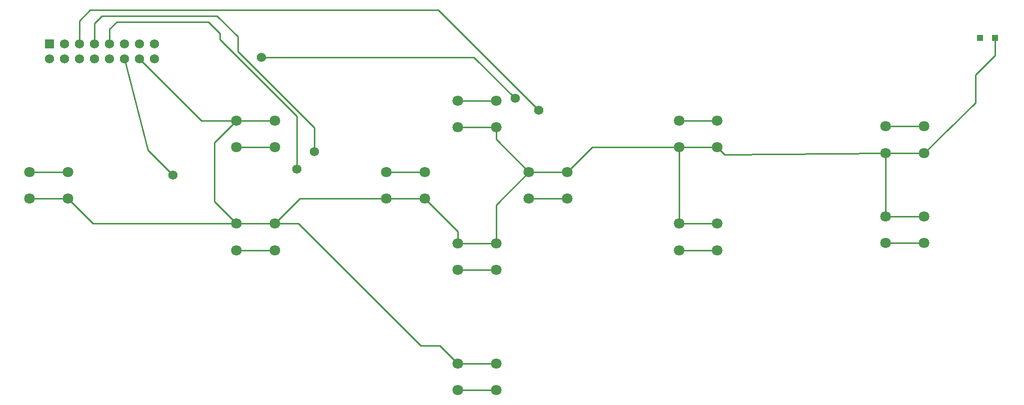
<source format=gtl>
G04 Layer: TopLayer*
G04 EasyEDA v6.5.38, 2023-12-05 17:42:35*
G04 681b97978217455484aa44bc4d5c6028,9f3f2715377c499da2f37e4e16011465,10*
G04 Gerber Generator version 0.2*
G04 Scale: 100 percent, Rotated: No, Reflected: No *
G04 Dimensions in millimeters *
G04 leading zeros omitted , absolute positions ,4 integer and 5 decimal *
%FSLAX45Y45*%
%MOMM*%

%AMMACRO1*21,1,$1,$2,0,0,$3*%
%ADD10C,0.2540*%
%ADD11MACRO1,1.035X1.0325X0.0000*%
%ADD12C,1.8000*%
%ADD13C,1.5748*%
%ADD14MACRO1,1.5748X1.5748X0.0000*%

%LPD*%
D10*
X5474868Y10274935D02*
G01*
X6125108Y10274935D01*
X5474970Y8975089D02*
G01*
X5100065Y9349994D01*
X5100065Y10349992D01*
X5474970Y10725150D01*
X10599927Y10899902D02*
G01*
X8900159Y12599924D01*
X2999993Y12599924D01*
X2818891Y12419076D01*
X2818891Y12026900D01*
X5474868Y10725022D02*
G01*
X6125108Y10725022D01*
X3834993Y11772976D02*
G01*
X4882946Y10725022D01*
X5474868Y10725022D01*
X6800093Y10199880D02*
G01*
X6800093Y10599930D01*
X5500115Y11899900D01*
X5500115Y12149848D01*
X5149989Y12499975D01*
X3199886Y12499975D01*
X3072993Y12373081D01*
X3072993Y12026976D01*
X6499859Y9899904D02*
G01*
X6499859Y10800079D01*
X5199888Y12100052D01*
X5199888Y12199874D01*
X4999990Y12400026D01*
X3450081Y12400026D01*
X3326891Y12277089D01*
X3326891Y12026900D01*
X3980941Y10219181D02*
G01*
X3580891Y11772900D01*
X4400041Y9800084D02*
G01*
X3980990Y10219128D01*
X13625093Y10274935D02*
G01*
X12974853Y10274935D01*
X16474947Y10174986D02*
G01*
X13750036Y10149839D01*
X13625068Y10274808D01*
X9224860Y6600032D02*
G01*
X8924983Y6899910D01*
X8600186Y6899910D01*
X6525006Y8975089D01*
X6125209Y8975089D01*
X10199984Y11099980D02*
G01*
X9499988Y11799976D01*
X5899988Y11799976D01*
X9224860Y6149944D02*
G01*
X9875100Y6149944D01*
X9224860Y6600032D02*
G01*
X9875100Y6600032D01*
X17125188Y10174986D02*
G01*
X17999963Y11024870D01*
X17999963Y11499850D01*
X18331941Y11832081D01*
X18331941Y12124944D01*
X9224860Y10608434D02*
G01*
X9875100Y10608434D01*
X10433357Y9399938D02*
G01*
X11083597Y9399938D01*
X16474846Y8649939D02*
G01*
X17125086Y8649939D01*
X16474947Y10625074D02*
G01*
X17125188Y10625074D01*
X12974853Y10725022D02*
G01*
X13625093Y10725022D01*
X12974853Y8524938D02*
G01*
X13625093Y8524938D01*
X9224860Y8191439D02*
G01*
X9875100Y8191439D01*
X9224860Y11058522D02*
G01*
X9875100Y11058522D01*
X8016364Y9850023D02*
G01*
X8666606Y9850023D01*
X2625115Y9850023D02*
G01*
X1974875Y9850023D01*
X1974875Y9399935D02*
G01*
X2625115Y9399935D01*
X5474868Y8524938D02*
G01*
X6125108Y8524938D01*
X5474868Y8975026D02*
G01*
X3050024Y8975026D01*
X2625115Y9399935D01*
X6125108Y8975026D02*
G01*
X5474868Y8975026D01*
X8016364Y9399935D02*
G01*
X6550017Y9399935D01*
X6125108Y8975026D01*
X8666606Y9399935D02*
G01*
X8016364Y9399935D01*
X9224860Y8641527D02*
G01*
X9224860Y8841681D01*
X8666606Y9399935D01*
X9224860Y8641527D02*
G01*
X9875100Y8641527D01*
X10433357Y9850023D02*
G01*
X9875100Y9291767D01*
X9875100Y8641527D01*
X9875100Y10608434D02*
G01*
X9875100Y10408279D01*
X10433357Y9850023D01*
X11083597Y9850023D02*
G01*
X10433357Y9850023D01*
X12974853Y10274935D02*
G01*
X11508508Y10274935D01*
X11083597Y9850023D01*
X12974853Y8975026D02*
G01*
X13625093Y8975026D01*
X12974853Y10274935D02*
G01*
X12974853Y8975026D01*
X17125188Y10174986D02*
G01*
X16474947Y10174986D01*
X16474947Y9100058D02*
G01*
X16474947Y10174986D01*
X17125086Y9100027D02*
G01*
X16474846Y9100027D01*
D11*
G01*
X18078030Y12124982D03*
G01*
X18332030Y12124982D03*
D12*
G01*
X1974875Y9850023D03*
G01*
X1974875Y9399935D03*
G01*
X2625115Y9850023D03*
G01*
X2625115Y9399935D03*
G01*
X6125108Y10274935D03*
G01*
X6125108Y10725022D03*
G01*
X5474868Y10274935D03*
G01*
X5474868Y10725022D03*
G01*
X6125108Y8524938D03*
G01*
X6125108Y8975026D03*
G01*
X5474868Y8524938D03*
G01*
X5474868Y8975026D03*
G01*
X8016364Y9850023D03*
G01*
X8016364Y9399935D03*
G01*
X8666606Y9850023D03*
G01*
X8666606Y9399935D03*
G01*
X11083597Y9399938D03*
G01*
X11083597Y9850023D03*
G01*
X10433357Y9399938D03*
G01*
X10433357Y9850023D03*
G01*
X9224860Y11058522D03*
G01*
X9224860Y10608434D03*
G01*
X9875100Y11058522D03*
G01*
X9875100Y10608434D03*
G01*
X9875100Y8191439D03*
G01*
X9875100Y8641527D03*
G01*
X9224860Y8191439D03*
G01*
X9224860Y8641527D03*
G01*
X12974853Y10725022D03*
G01*
X12974853Y10274935D03*
G01*
X13625093Y10725022D03*
G01*
X13625093Y10274935D03*
G01*
X13625093Y8524938D03*
G01*
X13625093Y8975026D03*
G01*
X12974853Y8524938D03*
G01*
X12974853Y8975026D03*
G01*
X16474846Y10625020D03*
G01*
X16474846Y10174932D03*
G01*
X17125086Y10625020D03*
G01*
X17125086Y10174932D03*
G01*
X17125086Y8649939D03*
G01*
X17125086Y9100027D03*
G01*
X16474846Y8649939D03*
G01*
X16474846Y9100027D03*
G01*
X9875100Y6149944D03*
G01*
X9875100Y6600032D03*
G01*
X9224860Y6149944D03*
G01*
X9224860Y6600032D03*
D13*
G01*
X4088891Y11772900D03*
G01*
X4088891Y12026900D03*
G01*
X3834891Y11772900D03*
G01*
X3834891Y12026900D03*
G01*
X3580891Y11772900D03*
G01*
X3580891Y12026900D03*
G01*
X3326891Y11772900D03*
G01*
X3326891Y12026900D03*
G01*
X3072891Y11772900D03*
G01*
X3072891Y12026900D03*
G01*
X2818891Y11772900D03*
G01*
X2818891Y12026900D03*
G01*
X2564891Y11772900D03*
G01*
X2564891Y12026900D03*
G01*
X2310891Y11772900D03*
D14*
G01*
X2310892Y12026900D03*
D13*
G01*
X4400041Y9800081D03*
G01*
X10599978Y10899978D03*
G01*
X6799986Y10199979D03*
G01*
X6499986Y9899980D03*
G01*
X10199979Y11099977D03*
G01*
X5899988Y11799976D03*
M02*

</source>
